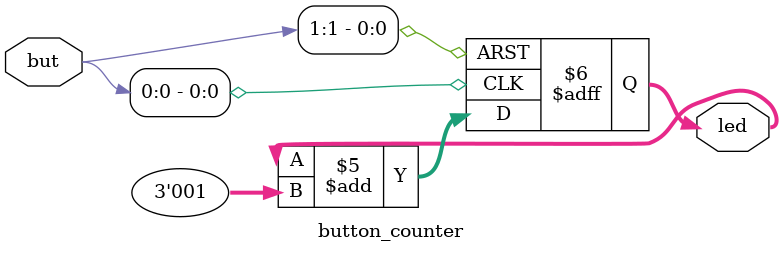
<source format=v>
module button_counter(
    
    // inputs
    input wire [1:0] but,


    // outputs
    output reg [2:0] led
);

    wire rst;
    wire clk; 
    
    assign rst = ~but[1];
    assign clk = ~but[0];

    always @ (posedge clk or posedge rst) begin
        if (rst == 1'b1) begin
            led <= 3'b111;
        end else begin
            led <= led + 3'b001;
        end
    end

endmodule
</source>
